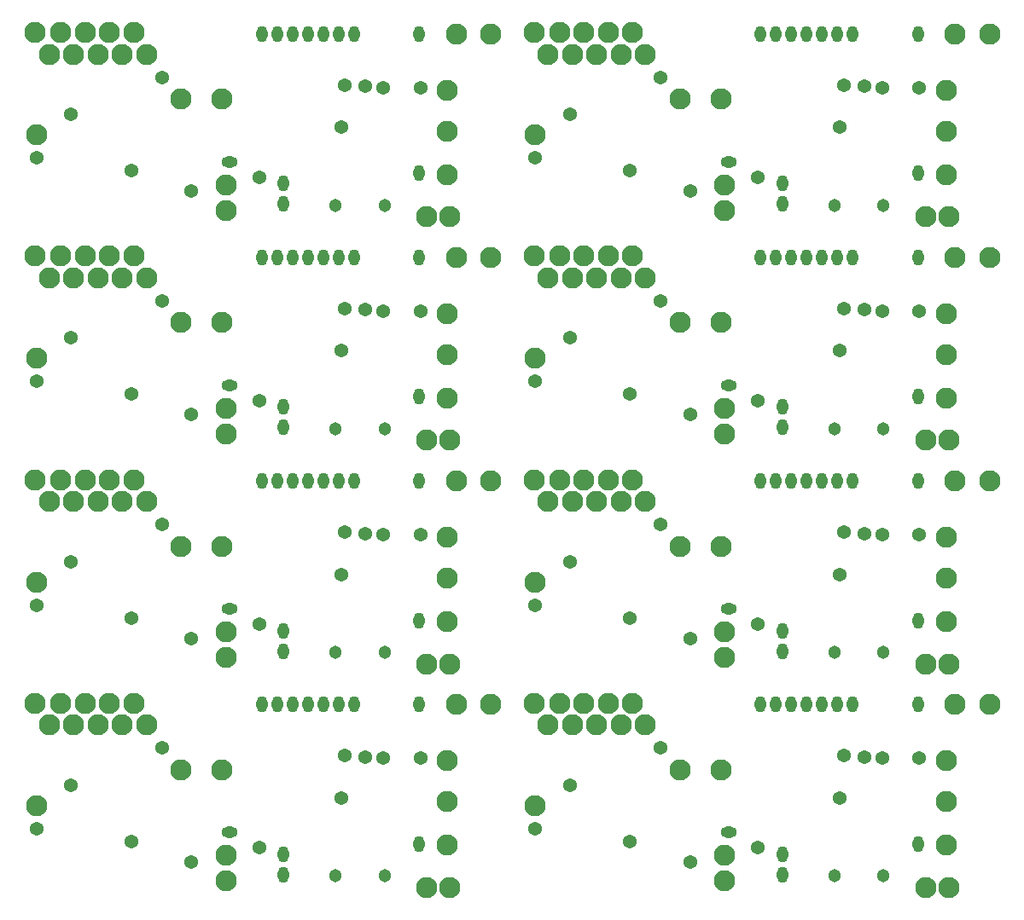
<source format=gbs>
%FSLAX25Y25*%
%MOIN*%
G70*
G01*
G75*
G04 Layer_Color=16711935*
%ADD10O,0.02362X0.09055*%
%ADD11R,0.02756X0.03543*%
%ADD12O,0.01969X0.06299*%
%ADD13R,0.03150X0.03543*%
%ADD14R,0.06693X0.02953*%
%ADD15O,0.07087X0.02362*%
%ADD16R,0.03543X0.02756*%
%ADD17R,0.03543X0.03150*%
%ADD18O,0.06299X0.01969*%
%ADD19C,0.02000*%
%ADD20C,0.01000*%
%ADD21C,0.07874*%
%ADD22O,0.03937X0.05906*%
%ADD23C,0.04724*%
%ADD24O,0.05906X0.03937*%
%ADD25C,0.05000*%
%ADD26C,0.00984*%
%ADD27C,0.02362*%
%ADD28C,0.00787*%
%ADD29C,0.00600*%
%ADD30O,0.02762X0.09455*%
%ADD31R,0.03156X0.03943*%
%ADD32O,0.02369X0.06699*%
%ADD33R,0.03550X0.03943*%
%ADD34R,0.07093X0.03353*%
%ADD35O,0.07487X0.02762*%
%ADD36R,0.03943X0.03156*%
%ADD37R,0.03943X0.03550*%
%ADD38O,0.06699X0.02369*%
%ADD39C,0.08274*%
%ADD40O,0.04337X0.06306*%
%ADD41C,0.05124*%
%ADD42O,0.06306X0.04337*%
%ADD43C,0.05400*%
D39*
X6618Y78697D02*
D03*
X26118D02*
D03*
X171118Y78197D02*
D03*
X184618D02*
D03*
X167618Y56197D02*
D03*
Y40197D02*
D03*
Y23197D02*
D03*
X81118Y9197D02*
D03*
X159618Y6707D02*
D03*
X168618Y6697D02*
D03*
X81118Y19197D02*
D03*
X63618Y52697D02*
D03*
X79618D02*
D03*
X50118Y70197D02*
D03*
X45118Y78697D02*
D03*
X35618D02*
D03*
X16618D02*
D03*
X12118Y70197D02*
D03*
X21618D02*
D03*
X31118D02*
D03*
X40618D02*
D03*
X7118Y38697D02*
D03*
X201500Y78697D02*
D03*
X221000D02*
D03*
X366000Y78197D02*
D03*
X379500D02*
D03*
X362500Y56197D02*
D03*
Y40197D02*
D03*
Y23197D02*
D03*
X276000Y9197D02*
D03*
X354500Y6707D02*
D03*
X363500Y6697D02*
D03*
X276000Y19197D02*
D03*
X258500Y52697D02*
D03*
X274500D02*
D03*
X245000Y70197D02*
D03*
X240000Y78697D02*
D03*
X230500D02*
D03*
X211500D02*
D03*
X207000Y70197D02*
D03*
X216500D02*
D03*
X226000D02*
D03*
X235500D02*
D03*
X202000Y38697D02*
D03*
X6618Y166098D02*
D03*
X26118D02*
D03*
X171118Y165598D02*
D03*
X184618D02*
D03*
X167618Y143598D02*
D03*
Y127598D02*
D03*
Y110598D02*
D03*
X81118Y96598D02*
D03*
X159618Y94109D02*
D03*
X168618Y94098D02*
D03*
X81118Y106598D02*
D03*
X63618Y140098D02*
D03*
X79618D02*
D03*
X50118Y157598D02*
D03*
X45118Y166098D02*
D03*
X35618D02*
D03*
X16618D02*
D03*
X12118Y157598D02*
D03*
X21618D02*
D03*
X31118D02*
D03*
X40618D02*
D03*
X7118Y126098D02*
D03*
X201500Y166098D02*
D03*
X221000D02*
D03*
X366000Y165598D02*
D03*
X379500D02*
D03*
X362500Y143598D02*
D03*
Y127598D02*
D03*
Y110598D02*
D03*
X276000Y96598D02*
D03*
X354500Y94109D02*
D03*
X363500Y94098D02*
D03*
X276000Y106598D02*
D03*
X258500Y140098D02*
D03*
X274500D02*
D03*
X245000Y157598D02*
D03*
X240000Y166098D02*
D03*
X230500D02*
D03*
X211500D02*
D03*
X207000Y157598D02*
D03*
X216500D02*
D03*
X226000D02*
D03*
X235500D02*
D03*
X202000Y126098D02*
D03*
X6618Y253500D02*
D03*
X26118D02*
D03*
X171118Y253000D02*
D03*
X184618D02*
D03*
X167618Y231000D02*
D03*
Y215000D02*
D03*
Y198000D02*
D03*
X81118Y184000D02*
D03*
X159618Y181510D02*
D03*
X168618Y181500D02*
D03*
X81118Y194000D02*
D03*
X63618Y227500D02*
D03*
X79618D02*
D03*
X50118Y245000D02*
D03*
X45118Y253500D02*
D03*
X35618D02*
D03*
X16618D02*
D03*
X12118Y245000D02*
D03*
X21618D02*
D03*
X31118D02*
D03*
X40618D02*
D03*
X7118Y213500D02*
D03*
X201500Y253500D02*
D03*
X221000D02*
D03*
X366000Y253000D02*
D03*
X379500D02*
D03*
X362500Y231000D02*
D03*
Y215000D02*
D03*
Y198000D02*
D03*
X276000Y184000D02*
D03*
X354500Y181510D02*
D03*
X363500Y181500D02*
D03*
X276000Y194000D02*
D03*
X258500Y227500D02*
D03*
X274500D02*
D03*
X245000Y245000D02*
D03*
X240000Y253500D02*
D03*
X230500D02*
D03*
X211500D02*
D03*
X207000Y245000D02*
D03*
X216500D02*
D03*
X226000D02*
D03*
X235500D02*
D03*
X202000Y213500D02*
D03*
X6618Y340902D02*
D03*
X26118D02*
D03*
X171118Y340402D02*
D03*
X184618D02*
D03*
X167618Y318402D02*
D03*
Y302402D02*
D03*
Y285402D02*
D03*
X81118Y271402D02*
D03*
X159618Y268912D02*
D03*
X168618Y268902D02*
D03*
X81118Y281402D02*
D03*
X63618Y314902D02*
D03*
X79618D02*
D03*
X50118Y332402D02*
D03*
X45118Y340902D02*
D03*
X35618D02*
D03*
X16618D02*
D03*
X12118Y332402D02*
D03*
X21618D02*
D03*
X31118D02*
D03*
X40618D02*
D03*
X7118Y300902D02*
D03*
X201500Y340902D02*
D03*
X221000D02*
D03*
X366000Y340402D02*
D03*
X379500D02*
D03*
X362500Y318402D02*
D03*
Y302402D02*
D03*
Y285402D02*
D03*
X276000Y271402D02*
D03*
X354500Y268912D02*
D03*
X363500Y268902D02*
D03*
X276000Y281402D02*
D03*
X258500Y314902D02*
D03*
X274500D02*
D03*
X245000Y332402D02*
D03*
X240000Y340902D02*
D03*
X230500D02*
D03*
X211500D02*
D03*
X207000Y332402D02*
D03*
X216500D02*
D03*
X226000D02*
D03*
X235500D02*
D03*
X202000Y300902D02*
D03*
D40*
X156618Y78197D02*
D03*
X131118D02*
D03*
X125118D02*
D03*
X119118D02*
D03*
X113118D02*
D03*
X107118D02*
D03*
X101118D02*
D03*
X95118D02*
D03*
X156618Y23697D02*
D03*
X103618Y11697D02*
D03*
Y19697D02*
D03*
X351500Y78197D02*
D03*
X326000D02*
D03*
X320000D02*
D03*
X314000D02*
D03*
X308000D02*
D03*
X302000D02*
D03*
X296000D02*
D03*
X290000D02*
D03*
X351500Y23697D02*
D03*
X298500Y11697D02*
D03*
Y19697D02*
D03*
X156618Y165598D02*
D03*
X131118D02*
D03*
X125118D02*
D03*
X119118D02*
D03*
X113118D02*
D03*
X107118D02*
D03*
X101118D02*
D03*
X95118D02*
D03*
X156618Y111098D02*
D03*
X103618Y99098D02*
D03*
Y107098D02*
D03*
X351500Y165598D02*
D03*
X326000D02*
D03*
X320000D02*
D03*
X314000D02*
D03*
X308000D02*
D03*
X302000D02*
D03*
X296000D02*
D03*
X290000D02*
D03*
X351500Y111098D02*
D03*
X298500Y99098D02*
D03*
Y107098D02*
D03*
X156618Y253000D02*
D03*
X131118D02*
D03*
X125118D02*
D03*
X119118D02*
D03*
X113118D02*
D03*
X107118D02*
D03*
X101118D02*
D03*
X95118D02*
D03*
X156618Y198500D02*
D03*
X103618Y186500D02*
D03*
Y194500D02*
D03*
X351500Y253000D02*
D03*
X326000D02*
D03*
X320000D02*
D03*
X314000D02*
D03*
X308000D02*
D03*
X302000D02*
D03*
X296000D02*
D03*
X290000D02*
D03*
X351500Y198500D02*
D03*
X298500Y186500D02*
D03*
Y194500D02*
D03*
X156618Y340402D02*
D03*
X131118D02*
D03*
X125118D02*
D03*
X119118D02*
D03*
X113118D02*
D03*
X107118D02*
D03*
X101118D02*
D03*
X95118D02*
D03*
X156618Y285902D02*
D03*
X103618Y273902D02*
D03*
Y281902D02*
D03*
X351500Y340402D02*
D03*
X326000D02*
D03*
X320000D02*
D03*
X314000D02*
D03*
X308000D02*
D03*
X302000D02*
D03*
X296000D02*
D03*
X290000D02*
D03*
X351500Y285902D02*
D03*
X298500Y273902D02*
D03*
Y281902D02*
D03*
D41*
X123906Y11197D02*
D03*
X143118D02*
D03*
X318787D02*
D03*
X338000D02*
D03*
X123906Y98598D02*
D03*
X143118D02*
D03*
X318787D02*
D03*
X338000D02*
D03*
X123906Y186000D02*
D03*
X143118D02*
D03*
X318787D02*
D03*
X338000D02*
D03*
X123906Y273402D02*
D03*
X143118D02*
D03*
X318787D02*
D03*
X338000D02*
D03*
D42*
X82618Y28197D02*
D03*
X277500D02*
D03*
X82618Y115598D02*
D03*
X277500D02*
D03*
X82618Y203000D02*
D03*
X277500D02*
D03*
X82618Y290402D02*
D03*
X277500D02*
D03*
D43*
X157118Y57197D02*
D03*
X142618D02*
D03*
X135618Y57697D02*
D03*
X7118Y29697D02*
D03*
X67618Y16697D02*
D03*
X94118Y22197D02*
D03*
X20618Y46697D02*
D03*
X127618Y58197D02*
D03*
X126118Y41697D02*
D03*
X44118Y24697D02*
D03*
X56118Y61197D02*
D03*
X352000Y57197D02*
D03*
X337500D02*
D03*
X330500Y57697D02*
D03*
X202000Y29697D02*
D03*
X262500Y16697D02*
D03*
X289000Y22197D02*
D03*
X215500Y46697D02*
D03*
X322500Y58197D02*
D03*
X321000Y41697D02*
D03*
X239000Y24697D02*
D03*
X251000Y61197D02*
D03*
X157118Y144598D02*
D03*
X142618D02*
D03*
X135618Y145098D02*
D03*
X7118Y117098D02*
D03*
X67618Y104098D02*
D03*
X94118Y109598D02*
D03*
X20618Y134098D02*
D03*
X127618Y145598D02*
D03*
X126118Y129098D02*
D03*
X44118Y112098D02*
D03*
X56118Y148598D02*
D03*
X352000Y144598D02*
D03*
X337500D02*
D03*
X330500Y145098D02*
D03*
X202000Y117098D02*
D03*
X262500Y104098D02*
D03*
X289000Y109598D02*
D03*
X215500Y134098D02*
D03*
X322500Y145598D02*
D03*
X321000Y129098D02*
D03*
X239000Y112098D02*
D03*
X251000Y148598D02*
D03*
X157118Y232000D02*
D03*
X142618D02*
D03*
X135618Y232500D02*
D03*
X7118Y204500D02*
D03*
X67618Y191500D02*
D03*
X94118Y197000D02*
D03*
X20618Y221500D02*
D03*
X127618Y233000D02*
D03*
X126118Y216500D02*
D03*
X44118Y199500D02*
D03*
X56118Y236000D02*
D03*
X352000Y232000D02*
D03*
X337500D02*
D03*
X330500Y232500D02*
D03*
X202000Y204500D02*
D03*
X262500Y191500D02*
D03*
X289000Y197000D02*
D03*
X215500Y221500D02*
D03*
X322500Y233000D02*
D03*
X321000Y216500D02*
D03*
X239000Y199500D02*
D03*
X251000Y236000D02*
D03*
X157118Y319402D02*
D03*
X142618D02*
D03*
X135618Y319902D02*
D03*
X7118Y291902D02*
D03*
X67618Y278902D02*
D03*
X94118Y284402D02*
D03*
X20618Y308902D02*
D03*
X127618Y320402D02*
D03*
X126118Y303902D02*
D03*
X44118Y286902D02*
D03*
X56118Y323402D02*
D03*
X352000Y319402D02*
D03*
X337500D02*
D03*
X330500Y319902D02*
D03*
X202000Y291902D02*
D03*
X262500Y278902D02*
D03*
X289000Y284402D02*
D03*
X215500Y308902D02*
D03*
X322500Y320402D02*
D03*
X321000Y303902D02*
D03*
X239000Y286902D02*
D03*
X251000Y323402D02*
D03*
M02*

</source>
